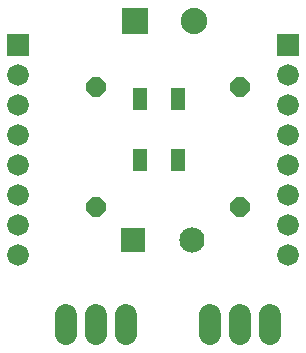
<source format=gts>
G75*
%MOIN*%
%OFA0B0*%
%FSLAX25Y25*%
%IPPOS*%
%LPD*%
%AMOC8*
5,1,8,0,0,1.08239X$1,22.5*
%
%ADD10R,0.07200X0.07200*%
%ADD11C,0.07200*%
%ADD12OC8,0.06400*%
%ADD13C,0.07200*%
%ADD14R,0.08800X0.08800*%
%ADD15C,0.08800*%
%ADD16C,0.08400*%
%ADD17R,0.08400X0.08400*%
%ADD18R,0.04737X0.07300*%
D10*
X0092000Y0106500D03*
X0182000Y0106500D03*
D11*
X0092000Y0036500D03*
X0092000Y0046500D03*
X0092000Y0056500D03*
X0092000Y0066500D03*
X0092000Y0076500D03*
X0092000Y0086500D03*
X0092000Y0096500D03*
X0182000Y0096500D03*
X0182000Y0086500D03*
X0182000Y0076500D03*
X0182000Y0066500D03*
X0182000Y0056500D03*
X0182000Y0046500D03*
X0182000Y0036500D03*
D12*
X0166000Y0052500D03*
X0118000Y0052500D03*
X0118000Y0092500D03*
X0166000Y0092500D03*
D13*
X0166000Y0016700D02*
X0166000Y0010300D01*
X0176000Y0010300D02*
X0176000Y0016700D01*
X0156000Y0016700D02*
X0156000Y0010300D01*
X0128000Y0010300D02*
X0128000Y0016700D01*
X0118000Y0016700D02*
X0118000Y0010300D01*
X0108000Y0010300D02*
X0108000Y0016700D01*
D14*
X0131000Y0114500D03*
D15*
X0150685Y0114500D03*
D16*
X0149843Y0041500D03*
D17*
X0130157Y0041500D03*
D18*
X0132701Y0068354D03*
X0145299Y0068354D03*
X0145299Y0088646D03*
X0132701Y0088646D03*
M02*

</source>
